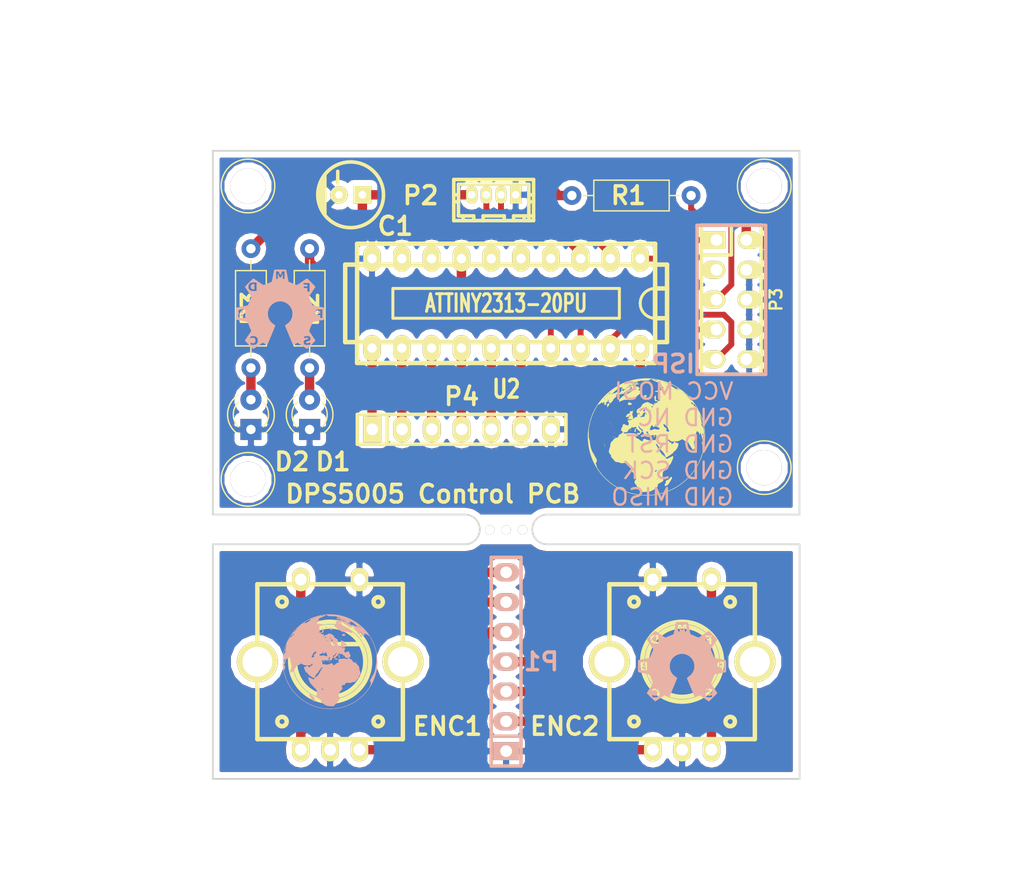
<source format=kicad_pcb>
(kicad_pcb (version 20170922) (host pcbnew "(2017-11-10 revision 0b34d09bc)-master")
  (layers (0 F.Cu signal) (31 B.Cu signal) (34 B.Paste user) (35 F.Paste user) (36 B.SilkS user) (37 F.SilkS user) (38 B.Mask user) (39 F.Mask user) (44 Edge.Cuts user))
  (net 0 "")
  (net 1 GND)
  (net 2 "Net-(D1-Pad2)")
  (net 3 /ENC1_A)
  (net 4 /ENC1_B)
  (net 5 /ENC1_SW)
  (net 6 /ENC2_SW)
  (net 7 /ENC2_B)
  (net 8 /ENC2_A)
  (net 9 /Tx)
  (net 10 /Rx)
  (net 11 /MISO)
  (net 12 /SCK)
  (net 13 /MOSI)
  (net 14 "Net-(P3-Pad3)")
  (net 15 /RST)
  (net 16 /CC_MODE)
  (net 17 "Net-(U2-Pad9)")
  (net 18 "Net-(U2-Pad8)")
  (net 19 "Net-(U2-Pad6)")
  (net 20 "Net-(U2-Pad5)")
  (net 21 "Net-(U2-Pad4)")
  (net 22 "Net-(D2-Pad2)")
  (net 23 /_ENC1_A)
  (net 24 /GND)
  (net 25 /_ENC1_B)
  (net 26 /_ENC1_SW)
  (net 27 /_ENC2_SW)
  (net 28 /_ENC2_B)
  (net 29 /_ENC2_A)
  (net 30 +3.3V)
  (module w_pth_circuits:dil_20-300_socket (layer F.Cu) (at 177.4 77.15 180)
    (fp_text reference U2 (at -0.019 -7.305 180) (layer F.SilkS) (effects (font (size 1.524 1.143) (thickness 0.28702))))
    (fp_text value ATTINY2313-20PU (at 0 0 180) (layer F.SilkS) (effects (font (size 1.5 1) (thickness 0.25))))
    (pad 1 thru_hole oval (at -11.43 3.81 180) (size 1.50114 2.19964) (drill 0.8) (layers *.Cu *.Mask F.SilkS) (net 15 /RST))
    (pad 2 thru_hole oval (at -8.89 3.81 180) (size 1.50114 2.19964) (drill 0.8) (layers *.Cu *.Mask F.SilkS) (net 10 /Rx))
    (pad 3 thru_hole oval (at -6.35 3.81 180) (size 1.50114 2.19964) (drill 0.8) (layers *.Cu *.Mask F.SilkS) (net 9 /Tx))
    (pad 4 thru_hole oval (at -3.81 3.81 180) (size 1.50114 2.19964) (drill 0.8) (layers *.Cu *.Mask F.SilkS) (net 21 "Net-(U2-Pad4)"))
    (pad 5 thru_hole oval (at -1.27 3.81 180) (size 1.50114 2.19964) (drill 0.8) (layers *.Cu *.Mask F.SilkS) (net 20 "Net-(U2-Pad5)"))
    (pad 6 thru_hole oval (at 1.27 3.81 180) (size 1.50114 2.19964) (drill 0.8) (layers *.Cu *.Mask F.SilkS) (net 19 "Net-(U2-Pad6)"))
    (pad 7 thru_hole oval (at 3.81 3.81 180) (size 1.50114 2.19964) (drill 0.8) (layers *.Cu *.Mask F.SilkS) (net 16 /CC_MODE))
    (pad 8 thru_hole oval (at 6.35 3.81 180) (size 1.50114 2.19964) (drill 0.8) (layers *.Cu *.Mask F.SilkS) (net 18 "Net-(U2-Pad8)"))
    (pad 9 thru_hole oval (at 8.89 3.81 180) (size 1.50114 2.19964) (drill 0.8) (layers *.Cu *.Mask F.SilkS) (net 17 "Net-(U2-Pad9)"))
    (pad 10 thru_hole oval (at 11.43 3.81 180) (size 1.50114 2.19964) (drill 0.8) (layers *.Cu *.Mask F.SilkS) (net 1 GND))
    (pad 11 thru_hole oval (at 11.43 -3.81 180) (size 1.50114 2.19964) (drill 0.8) (layers *.Cu *.Mask F.SilkS) (net 5 /ENC1_SW))
    (pad 12 thru_hole oval (at 8.89 -3.81 180) (size 1.50114 2.19964) (drill 0.8) (layers *.Cu *.Mask F.SilkS) (net 3 /ENC1_A))
    (pad 13 thru_hole oval (at 6.35 -3.81 180) (size 1.50114 2.19964) (drill 0.8) (layers *.Cu *.Mask F.SilkS) (net 4 /ENC1_B))
    (pad 14 thru_hole oval (at 3.81 -3.81 180) (size 1.50114 2.19964) (drill 0.8) (layers *.Cu *.Mask F.SilkS) (net 6 /ENC2_SW))
    (pad 15 thru_hole oval (at 1.27 -3.81 180) (size 1.50114 2.19964) (drill 0.8) (layers *.Cu *.Mask F.SilkS) (net 8 /ENC2_A))
    (pad 16 thru_hole oval (at -1.27 -3.81 180) (size 1.50114 2.19964) (drill 0.8) (layers *.Cu *.Mask F.SilkS) (net 7 /ENC2_B))
    (pad 17 thru_hole oval (at -3.81 -3.81 180) (size 1.50114 2.19964) (drill 0.8) (layers *.Cu *.Mask F.SilkS) (net 13 /MOSI))
    (pad 18 thru_hole oval (at -6.35 -3.81 180) (size 1.50114 2.19964) (drill 0.8) (layers *.Cu *.Mask F.SilkS) (net 11 /MISO))
    (pad 19 thru_hole oval (at -8.89 -3.81 180) (size 1.50114 2.19964) (drill 0.8) (layers *.Cu *.Mask F.SilkS) (net 12 /SCK))
    (pad 20 thru_hole oval (at -11.43 -3.81 180) (size 1.50114 2.19964) (drill 0.8) (layers *.Cu *.Mask F.SilkS) (net 30 +3.3V))
  )
  (module dps5005-control_board:earth_neg_8x8mm (layer B.Cu) (at 162.39744 107.69068 180)
    (fp_text reference G*** hide)
    (fp_text value LOGO hide)
  )
  (module dps5005-control_board:earth_neg (layer F.Cu) (at 189.357 88.534)
    (fp_text reference G*** hide)
    (fp_text value LOGO hide)
  )
  (module w_conn_df13:df13-4p-125dsa (layer F.Cu) (at 176.3395 67.8965)
    (fp_text reference P2 (at -6.223 0.0635) (layer F.SilkS) (effects (font (thickness 0.3048))))
    (fp_text value CONN_4 hide)
    (pad 1 thru_hole rect (at 1.87452 0) (size 0.94996 1.4986) (drill 0.6477) (layers *.Cu *.Mask F.SilkS) (net 1 GND))
    (pad 2 thru_hole oval (at 0.62484 0) (size 0.94996 1.4986) (drill 0.6477) (layers *.Cu *.Mask F.SilkS) (net 10 /Rx))
    (pad 3 thru_hole oval (at -0.62484 0) (size 0.94996 1.4986) (drill 0.6477) (layers *.Cu *.Mask F.SilkS) (net 9 /Tx))
    (pad 4 thru_hole oval (at -1.87452 0) (size 0.94996 1.4986) (drill 0.6477) (layers *.Cu *.Mask F.SilkS) (net 30 +3.3V))
  )
  (module w_pin_strip:pin_strip_5x2 (layer F.Cu) (at 196.596 76.835 270)
    (fp_text reference P3 (at 0 -3.81 270) (layer F.SilkS) (effects (font (size 1.016 1.016) (thickness 0.2032))))
    (fp_text value CONN_5X2 hide)
    (pad 10 thru_hole oval (at 5.08 -1.27 270) (size 1.524 1.99898) (drill 1.00076 (offset 0 -0.24892)) (layers *.Cu *.Mask F.SilkS) (net 1 GND))
    (pad 9 thru_hole oval (at 5.08 1.27 270) (size 1.524 1.99898) (drill 1.00076 (offset 0 0.24892)) (layers *.Cu *.Mask F.SilkS) (net 11 /MISO))
    (pad 8 thru_hole oval (at 2.54 -1.27 270) (size 1.524 1.99898) (drill 1.00076 (offset 0 -0.24892)) (layers *.Cu *.Mask F.SilkS) (net 1 GND))
    (pad 7 thru_hole oval (at 2.54 1.27 270) (size 1.524 1.99898) (drill 1.00076 (offset 0 0.24892)) (layers *.Cu *.Mask F.SilkS) (net 12 /SCK))
    (pad 6 thru_hole oval (at 0 -1.27 270) (size 1.524 1.99898) (drill 1.00076 (offset 0 -0.24892)) (layers *.Cu *.Mask F.SilkS) (net 1 GND))
    (pad 5 thru_hole oval (at 0 1.27 270) (size 1.524 1.99898) (drill 1.00076 (offset 0 0.24892)) (layers *.Cu *.Mask F.SilkS) (net 15 /RST))
    (pad 4 thru_hole oval (at -2.54 -1.27 270) (size 1.524 1.99898) (drill 1.00076 (offset 0 -0.24892)) (layers *.Cu *.Mask F.SilkS) (net 1 GND))
    (pad 3 thru_hole oval (at -2.54 1.27 270) (size 1.524 1.99898) (drill 1.00076 (offset 0 0.24892)) (layers *.Cu *.Mask F.SilkS) (net 14 "Net-(P3-Pad3)"))
    (pad 2 thru_hole oval (at -5.08 -1.27 270) (size 1.524 1.99898) (drill 1.00076 (offset 0 -0.24892)) (layers *.Cu *.Mask F.SilkS) (net 30 +3.3V))
    (pad 1 thru_hole rect (at -5.08 1.27 270) (size 1.524 1.99898) (drill 1.00076 (offset 0 0.24892)) (layers *.Cu *.Mask F.SilkS) (net 13 /MOSI))
  )
  (module w_capacitors:CP_5x7mm (layer F.Cu) (at 164.15 67.9 90)
    (fp_text reference C1 (at -2.667 3.81 180) (layer F.SilkS) (effects (font (thickness 0.3048))))
    (fp_text value 100u hide)
    (pad 2 thru_hole circle (at 0 -1 90) (size 1.5 1.5) (drill 0.65) (layers *.Cu *.Mask F.SilkS) (net 1 GND))
    (pad 1 thru_hole rect (at 0 1 90) (size 1.5 1.5) (drill 0.65) (layers *.Cu *.Mask F.SilkS) (net 30 +3.3V))
  )
  (module dps5005-control_board:OpenHardwareLogo (layer B.Cu) (at 192.39992 107.69068 180)
    (fp_text reference G*** hide)
    (fp_text value LOGO hide)
  )
  (module dps5005-control_board:OpenHardwareLogo (layer B.Cu) (at 158.15 77.65 180)
    (fp_text reference G*** hide)
    (fp_text value LOGO hide)
  )
  (module Resistors_THT:R_Axial_DIN0207_L6.3mm_D2.5mm_P10.16mm_Horizontal (layer F.Cu) (at 183.007 67.96)
    (fp_text reference R1 (at 4.81 0) (layer F.SilkS) (effects (font (size 1.5 1.5) (thickness 0.3))))
    (fp_text value 10k hide)
    (pad 2 thru_hole oval (at 10.16 0) (size 1.6 1.6) (drill 0.8) (layers *.Cu *.Mask) (net 15 /RST))
    (pad 1 thru_hole circle (at 0 0) (size 1.6 1.6) (drill 0.8) (layers *.Cu *.Mask) (net 30 +3.3V))
  )
  (module LEDs:LED_D3.0mm (layer F.Cu) (at 160.65 87.9 90)
    (fp_text reference D1 (at -2.75 2 180) (layer F.SilkS) (effects (font (size 1.5 1.5) (thickness 0.3))))
    (fp_text value LED_Small_ALT hide)
    (pad 2 thru_hole circle (at 2.54 0 90) (size 1.8 1.8) (drill 0.8) (layers *.Cu *.Mask) (net 2 "Net-(D1-Pad2)"))
    (pad 1 thru_hole rect (at 0 0 90) (size 1.8 1.8) (drill 0.8) (layers *.Cu *.Mask) (net 1 GND))
  )
  (module Connectors:1pin (layer F.Cu) (at 155.4 92.15)
    (fp_text reference REF** hide)
    (fp_text value 1pin hide)
    (pad 1 thru_hole circle (at 0 0) (size 3 3) (drill 3) (layers *.Cu *.Mask))
  )
  (module Connectors:1pin (layer F.Cu) (at 199.4 91.15)
    (fp_text reference REF** hide)
    (fp_text value 1pin hide)
    (pad 1 thru_hole circle (at 0 0) (size 3 3) (drill 3) (layers *.Cu *.Mask))
  )
  (module Connectors:1pin (layer F.Cu) (at 199.4 67.15)
    (fp_text reference REF** hide)
    (fp_text value 1pin hide)
    (pad 1 thru_hole circle (at 0 0) (size 3 3) (drill 3) (layers *.Cu *.Mask))
  )
  (module Connectors:1pin (layer F.Cu) (at 176 96.45)
    (fp_text reference REF** hide)
    (fp_text value 1pin hide)
    (pad 1 thru_hole circle (at 0 0) (size 0.8 0.8) (drill 0.8) (layers *.Cu *.Mask))
  )
  (module Connectors:1pin (layer F.Cu) (at 177.4 96.45)
    (fp_text reference REF** hide)
    (fp_text value 1pin hide)
    (pad 1 thru_hole circle (at 0 0) (size 0.8 0.8) (drill 0.8) (layers *.Cu *.Mask))
  )
  (module Connectors:1pin (layer F.Cu) (at 178.8 96.45)
    (fp_text reference REF** hide)
    (fp_text value 1pin hide)
    (pad 1 thru_hole circle (at 0 0) (size 0.8 0.8) (drill 0.8) (layers *.Cu *.Mask))
  )
  (module w_misc_comp:encoder_alps-ec12d (layer F.Cu) (at 162.4 107.6928)
    (fp_text reference ENC1 (at 10 5.5) (layer F.SilkS) (effects (font (size 1.5 1.5) (thickness 0.3))))
    (fp_text value Encoder_switch hide)
    (pad 4 thru_hole oval (at 2.49936 -7.00024) (size 1.50114 1.99898) (drill 1) (layers *.Cu *.Mask F.SilkS) (net 24 /GND))
    (pad 5 thru_hole oval (at -2.49936 -7.00024) (size 1.50114 1.99898) (drill 1) (layers *.Cu *.Mask F.SilkS) (net 26 /_ENC1_SW))
    (pad "" thru_hole circle (at 6.20014 0) (size 3.50012 3.50012) (drill 2.54) (layers *.Cu *.Mask F.SilkS))
    (pad "" thru_hole circle (at -6.20014 0) (size 3.50012 3.50012) (drill 2.54) (layers *.Cu *.Mask F.SilkS))
    (pad 3 thru_hole oval (at 2.49936 7.50062) (size 1.50114 1.99898) (drill 1) (layers *.Cu *.Mask F.SilkS) (net 25 /_ENC1_B))
    (pad 2 thru_hole oval (at 0 7.50062) (size 1.50114 1.99898) (drill 1) (layers *.Cu *.Mask F.SilkS) (net 24 /GND))
    (pad 1 thru_hole oval (at -2.49936 7.50062) (size 1.50114 1.99898) (drill 1) (layers *.Cu *.Mask F.SilkS) (net 23 /_ENC1_A))
  )
  (module w_pin_strip:pin_strip_7 (layer F.Cu) (at 173.609 87.884)
    (fp_text reference P4 (at 0 -2.794) (layer F.SilkS) (effects (font (size 1.5 1.5) (thickness 0.3))))
    (fp_text value CONN_7 hide)
    (pad 1 thru_hole rect (at -7.62 0) (size 1.524 2.19964) (drill 1) (layers *.Cu *.Mask F.SilkS) (net 5 /ENC1_SW))
    (pad 2 thru_hole oval (at -5.08 0) (size 1.524 2.19964) (drill 1) (layers *.Cu *.Mask F.SilkS) (net 3 /ENC1_A))
    (pad 3 thru_hole oval (at -2.54 0) (size 1.524 2.19964) (drill 1) (layers *.Cu *.Mask F.SilkS) (net 4 /ENC1_B))
    (pad 4 thru_hole oval (at 0 0) (size 1.524 2.19964) (drill 1) (layers *.Cu *.Mask F.SilkS) (net 6 /ENC2_SW))
    (pad 5 thru_hole oval (at 2.54 0) (size 1.524 2.19964) (drill 1) (layers *.Cu *.Mask F.SilkS) (net 8 /ENC2_A))
    (pad 6 thru_hole oval (at 5.08 0) (size 1.524 2.19964) (drill 1) (layers *.Cu *.Mask F.SilkS) (net 7 /ENC2_B))
    (pad 7 thru_hole oval (at 7.62 0) (size 1.524 2.19964) (drill 1) (layers *.Cu *.Mask F.SilkS) (net 1 GND))
  )
  (module Resistors_THT:R_Axial_DIN0207_L6.3mm_D2.5mm_P10.16mm_Horizontal (layer F.Cu) (at 155.65 82.65 90)
    (fp_text reference R3 (at 5.08 0 90) (layer F.SilkS) (effects (font (size 1.5 1.5) (thickness 0.3))))
    (fp_text value 1k hide)
    (pad 2 thru_hole oval (at 10.16 0 90) (size 1.6 1.6) (drill 0.8) (layers *.Cu *.Mask) (net 30 +3.3V))
    (pad 1 thru_hole circle (at 0 0 90) (size 1.6 1.6) (drill 0.8) (layers *.Cu *.Mask) (net 22 "Net-(D2-Pad2)"))
  )
  (module Connectors:1pin (layer F.Cu) (at 155.4 67.15)
    (fp_text reference REF** hide)
    (fp_text value 1pin hide)
    (pad 1 thru_hole circle (at 0 0) (size 3 3) (drill 3) (layers *.Cu *.Mask))
  )
  (module Resistors_THT:R_Axial_DIN0207_L6.3mm_D2.5mm_P10.16mm_Horizontal (layer F.Cu) (at 160.65 82.65 90)
    (fp_text reference R2 (at 5 0 90) (layer F.SilkS) (effects (font (size 1.5 1.5) (thickness 0.3))))
    (fp_text value 1k hide)
    (pad 1 thru_hole circle (at 0 0 90) (size 1.6 1.6) (drill 0.8) (layers *.Cu *.Mask) (net 2 "Net-(D1-Pad2)"))
    (pad 2 thru_hole oval (at 10.16 0 90) (size 1.6 1.6) (drill 0.8) (layers *.Cu *.Mask) (net 16 /CC_MODE))
  )
  (module LEDs:LED_D3.0mm (layer F.Cu) (at 155.65 87.9 90)
    (fp_text reference D2 (at -2.75 3.5 180) (layer F.SilkS) (effects (font (size 1.5 1.5) (thickness 0.3))))
    (fp_text value LED_Small_ALT hide)
    (pad 2 thru_hole circle (at 2.54 0 90) (size 1.8 1.8) (drill 0.8) (layers *.Cu *.Mask) (net 22 "Net-(D2-Pad2)"))
    (pad 1 thru_hole rect (at 0 0 90) (size 1.8 1.8) (drill 0.8) (layers *.Cu *.Mask) (net 1 GND))
  )
  (module w_misc_comp:encoder_alps-ec12d (layer F.Cu) (at 192.4 107.6928)
    (fp_text reference ENC2 (at -10 5.5) (layer F.SilkS) (effects (font (size 1.5 1.5) (thickness 0.3))))
    (fp_text value Encoder_switch hide)
    (pad 1 thru_hole oval (at -2.49936 7.50062) (size 1.50114 1.99898) (drill 1) (layers *.Cu *.Mask F.SilkS) (net 28 /_ENC2_B))
    (pad 2 thru_hole oval (at 0 7.50062) (size 1.50114 1.99898) (drill 1) (layers *.Cu *.Mask F.SilkS) (net 24 /GND))
    (pad 3 thru_hole oval (at 2.49936 7.50062) (size 1.50114 1.99898) (drill 1) (layers *.Cu *.Mask F.SilkS) (net 29 /_ENC2_A))
    (pad "" thru_hole circle (at -6.20014 0) (size 3.50012 3.50012) (drill 2.54) (layers *.Cu *.Mask F.SilkS))
    (pad "" thru_hole circle (at 6.20014 0) (size 3.50012 3.50012) (drill 2.54) (layers *.Cu *.Mask F.SilkS))
    (pad 5 thru_hole oval (at -2.49936 -7.00024) (size 1.50114 1.99898) (drill 1) (layers *.Cu *.Mask F.SilkS) (net 24 /GND))
    (pad 4 thru_hole oval (at 2.49936 -7.00024) (size 1.50114 1.99898) (drill 1) (layers *.Cu *.Mask F.SilkS) (net 27 /_ENC2_SW))
  )
  (module w_pin_strip:pin_strip_7 (layer B.Cu) (at 177.4 107.6928 90)
    (fp_text reference P1 (at 0 3 180) (layer B.SilkS) (effects (font (size 1.5 1.5) (thickness 0.3)) (justify mirror)))
    (fp_text value CONN_01X07 hide)
    (pad 1 thru_hole rect (at -7.62 0 90) (size 1.524 2.19964) (drill 1) (layers *.Cu *.Mask B.SilkS) (net 24 /GND))
    (pad 2 thru_hole oval (at -5.08 0 90) (size 1.524 2.19964) (drill 1) (layers *.Cu *.Mask B.SilkS) (net 28 /_ENC2_B))
    (pad 3 thru_hole oval (at -2.54 0 90) (size 1.524 2.19964) (drill 1) (layers *.Cu *.Mask B.SilkS) (net 29 /_ENC2_A))
    (pad 4 thru_hole oval (at 0 0 90) (size 1.524 2.19964) (drill 1) (layers *.Cu *.Mask B.SilkS) (net 27 /_ENC2_SW))
    (pad 5 thru_hole oval (at 2.54 0 90) (size 1.524 2.19964) (drill 1) (layers *.Cu *.Mask B.SilkS) (net 25 /_ENC1_B))
    (pad 6 thru_hole oval (at 5.08 0 90) (size 1.524 2.19964) (drill 1) (layers *.Cu *.Mask B.SilkS) (net 23 /_ENC1_A))
    (pad 7 thru_hole oval (at 7.62 0 90) (size 1.524 2.19964) (drill 1) (layers *.Cu *.Mask B.SilkS) (net 26 /_ENC1_SW))
  )
  (gr_text ISP (at 191.643 82.311) (layer B.SilkS) (effects (font (size 1.5 1.5) (thickness 0.3)) (justify mirror)))
  (gr_line (start 199.517 83.2) (end 193.675 83.2) (layer B.SilkS) (width 0.3))
  (gr_line (start 199.517 70.5) (end 199.517 83.2) (layer B.SilkS) (width 0.3))
  (gr_line (start 199.39 70.5) (end 199.517 70.5) (layer B.SilkS) (width 0.3))
  (gr_line (start 199.263 70.5) (end 199.39 70.5) (layer B.SilkS) (width 0.3))
  (gr_line (start 194.691 70.5) (end 199.263 70.5) (layer B.SilkS) (width 0.3))
  (gr_line (start 193.675 70.5) (end 194.691 70.5) (layer B.SilkS) (width 0.3))
  (gr_line (start 193.675 70.627) (end 193.675 70.5) (layer B.SilkS) (width 0.3))
  (gr_line (start 193.675 83.2) (end 193.675 70.627) (layer B.SilkS) (width 0.3))
  (gr_text "VCC MOSI\nGND NC\nGND RST\nGND SCK\nGND MISO" (at 196.9 89.15) (layer B.SilkS) (effects (font (size 1.4 1.4) (thickness 0.2)) (justify left mirror)))
  (gr_text "DPS5005 Control PCB" (at 171.15 93.4) (layer F.SilkS) (effects (font (size 1.5 1.5) (thickness 0.3))))
  (gr_line (start 180.8988 97.6884) (end 202.4126 97.6884) (angle 90) (layer Edge.Cuts) (width 0.15))
  (gr_line (start 202.4126 117.6782) (end 152.4 117.6782) (layer Edge.Cuts) (width 0.15))
  (gr_line (start 173.8884 95.1484) (end 152.4 95.1484) (layer Edge.Cuts) (width 0.15))
  (gr_line (start 173.8884 97.6884) (end 152.4 97.6884) (layer Edge.Cuts) (width 0.15))
  (gr_arc (start 173.8884 96.4184) (end 173.8884 97.6884) (angle -180) (layer Edge.Cuts) (width 0.15))
  (gr_line (start 180.9 95.15) (end 202.4 95.15) (layer Edge.Cuts) (width 0.15))
  (gr_line (start 202.4126 97.6884) (end 202.4126 117.6782) (layer Edge.Cuts) (width 0.15))
  (gr_line (start 152.4 97.6884) (end 152.4 117.6782) (layer Edge.Cuts) (width 0.15))
  (gr_line (start 202.4 95.15) (end 202.4 64.15) (layer Edge.Cuts) (width 0.15))
  (gr_line (start 152.4 64.15) (end 202.4 64.15) (layer Edge.Cuts) (width 0.15))
  (gr_line (start 152.4 64.15) (end 152.4 95.15) (layer Edge.Cuts) (width 0.15))
  (gr_arc (start 180.8988 96.4184) (end 180.8988 95.1484) (angle -180) (layer Edge.Cuts) (width 0.15))
  (segment (start 160.65 82.65) (end 160.65 85.36) (width 0.8) (layer F.Cu) (net 2))
  (segment (start 168.51 80.96) (end 168.51 87.865) (width 0.8) (layer F.Cu) (net 3))
  (segment (start 168.51 87.865) (end 168.529 87.884) (width 0.8) (layer F.Cu) (net 3))
  (segment (start 171.05 80.96) (end 171.05 87.865) (width 0.8) (layer F.Cu) (net 4))
  (segment (start 171.05 87.865) (end 171.069 87.884) (width 0.8) (layer F.Cu) (net 4))
  (segment (start 165.97 80.96) (end 165.97 87.865) (width 0.8) (layer F.Cu) (net 5))
  (segment (start 165.97 87.865) (end 165.989 87.884) (width 0.8) (layer F.Cu) (net 5))
  (segment (start 173.59 80.96) (end 173.59 87.865) (width 0.8) (layer F.Cu) (net 6))
  (segment (start 173.59 87.865) (end 173.609 87.884) (width 0.8) (layer F.Cu) (net 6))
  (segment (start 178.67 80.96) (end 178.67 87.865) (width 0.8) (layer F.Cu) (net 7))
  (segment (start 178.67 87.865) (end 178.689 87.884) (width 0.8) (layer F.Cu) (net 7))
  (segment (start 176.13 80.96) (end 176.13 87.865) (width 0.8) (layer F.Cu) (net 8))
  (segment (start 176.13 87.865) (end 176.149 87.884) (width 0.8) (layer F.Cu) (net 8))
  (segment (start 183.75 73.34) (end 183.75 72.99075) (width 0.5) (layer F.Cu) (net 9))
  (segment (start 183.75 72.99075) (end 182.08475 71.3255) (width 0.5) (layer F.Cu) (net 9))
  (segment (start 177.89436 71.3255) (end 175.71466 69.1458) (width 0.5) (layer F.Cu) (net 9))
  (segment (start 182.08475 71.3255) (end 177.89436 71.3255) (width 0.5) (layer F.Cu) (net 9))
  (segment (start 175.71466 69.1458) (end 175.71466 67.8965) (width 0.5) (layer F.Cu) (net 9))
  (segment (start 176.98504 69.24054) (end 176.98504 69.1665) (width 0.5) (layer F.Cu) (net 10))
  (segment (start 178.3715 70.627) (end 176.98504 69.24054) (width 0.5) (layer F.Cu) (net 10))
  (segment (start 183.92625 70.627) (end 178.3715 70.627) (width 0.5) (layer F.Cu) (net 10))
  (segment (start 186.29 73.34) (end 186.29 72.99075) (width 0.5) (layer F.Cu) (net 10))
  (segment (start 176.98504 69.1665) (end 176.96434 69.1458) (width 0.5) (layer F.Cu) (net 10))
  (segment (start 186.29 72.99075) (end 183.92625 70.627) (width 0.5) (layer F.Cu) (net 10))
  (segment (start 176.96434 69.1458) (end 176.96434 67.8965) (width 0.5) (layer F.Cu) (net 10))
  (segment (start 196.596 78.755) (end 196.596 80.645) (width 0.5) (layer F.Cu) (net 11))
  (segment (start 196.596 80.645) (end 195.326 81.915) (width 0.5) (layer F.Cu) (net 11))
  (segment (start 195.961 78.12) (end 196.596 78.755) (width 0.5) (layer F.Cu) (net 11))
  (segment (start 184.99018 78.12) (end 195.961 78.12) (width 0.5) (layer F.Cu) (net 11))
  (segment (start 183.75 80.96) (end 183.75 79.36018) (width 0.5) (layer F.Cu) (net 11))
  (segment (start 183.75 79.36018) (end 184.99018 78.12) (width 0.5) (layer F.Cu) (net 11))
  (segment (start 183.75 80.96) (end 183.75 80.61075) (width 0.5) (layer F.Cu) (net 11))
  (segment (start 183.75 80.61075) (end 183.769 80.59175) (width 0.5) (layer F.Cu) (net 11))
  (segment (start 186.29 80.96) (end 186.29 80.298) (width 0.5) (layer F.Cu) (net 12))
  (segment (start 186.29 80.298) (end 187.438 79.15) (width 0.5) (layer F.Cu) (net 12))
  (segment (start 187.438 79.15) (end 190.9 79.15) (width 0.5) (layer F.Cu) (net 12))
  (segment (start 190.9 79.15) (end 191.125 79.375) (width 0.5) (layer F.Cu) (net 12))
  (segment (start 191.125 79.375) (end 195.326 79.375) (width 0.5) (layer F.Cu) (net 12))
  (segment (start 186.29 80.61075) (end 186.29 80.96) (width 0.5) (layer F.Cu) (net 12))
  (segment (start 193.309 71.755) (end 195.326 71.755) (width 0.5) (layer F.Cu) (net 13))
  (segment (start 181.21 80.96) (end 181.21 79.06018) (width 0.5) (layer F.Cu) (net 13))
  (segment (start 181.21 79.06018) (end 183.42018 76.85) (width 0.5) (layer F.Cu) (net 13))
  (segment (start 183.42018 76.85) (end 188.214 76.85) (width 0.5) (layer F.Cu) (net 13))
  (segment (start 188.214 76.85) (end 193.309 71.755) (width 0.5) (layer F.Cu) (net 13))
  (segment (start 194.31 70.246) (end 196.342 70.246) (width 0.5) (layer F.Cu) (net 15))
  (segment (start 193.17457 70.246) (end 194.31 70.246) (width 0.5) (layer F.Cu) (net 15))
  (segment (start 193.167 67.96) (end 193.167 69.09137) (width 0.5) (layer F.Cu) (net 15))
  (segment (start 193.167 69.09137) (end 194.31 70.23437) (width 0.5) (layer F.Cu) (net 15))
  (segment (start 194.31 70.23437) (end 194.31 70.246) (width 0.5) (layer F.Cu) (net 15))
  (segment (start 196.596 70.5) (end 196.596 75.565) (width 0.5) (layer F.Cu) (net 15))
  (segment (start 196.596 75.565) (end 195.326 76.835) (width 0.5) (layer F.Cu) (net 15))
  (segment (start 196.342 70.246) (end 196.596 70.5) (width 0.5) (layer F.Cu) (net 15))
  (segment (start 188.83 73.34) (end 190.08057 73.34) (width 0.5) (layer F.Cu) (net 15))
  (segment (start 190.08057 73.34) (end 193.17457 70.246) (width 0.5) (layer F.Cu) (net 15))
  (segment (start 160.65 72.49) (end 160.65 73.62137) (width 0.8) (layer F.Cu) (net 16))
  (segment (start 160.65 73.62137) (end 162.92863 75.9) (width 0.8) (layer F.Cu) (net 16))
  (segment (start 162.92863 75.9) (end 172.92982 75.9) (width 0.8) (layer F.Cu) (net 16))
  (segment (start 172.92982 75.9) (end 173.59 75.23982) (width 0.8) (layer F.Cu) (net 16))
  (segment (start 173.59 75.23982) (end 173.59 73.34) (width 0.8) (layer F.Cu) (net 16))
  (segment (start 155.65 82.65) (end 155.65 85.36) (width 0.8) (layer F.Cu) (net 22))
  (segment (start 174.48 102.6128) (end 177.4 102.6128) (width 0.8) (layer F.Cu) (net 23))
  (segment (start 172.4 104.6928) (end 174.48 102.6128) (width 0.8) (layer F.Cu) (net 23))
  (segment (start 172.4 109.1928) (end 172.4 104.6928) (width 0.8) (layer F.Cu) (net 23))
  (segment (start 161.90177 111.6928) (end 169.9 111.6928) (width 0.8) (layer F.Cu) (net 23))
  (segment (start 169.9 111.6928) (end 172.4 109.1928) (width 0.8) (layer F.Cu) (net 23))
  (segment (start 159.90064 113.69393) (end 161.90177 111.6928) (width 0.8) (layer F.Cu) (net 23))
  (segment (start 160.147 113.44757) (end 161.90177 111.6928) (width 0.5) (layer F.Cu) (net 23))
  (segment (start 159.90064 115.19342) (end 159.90064 113.69393) (width 0.8) (layer F.Cu) (net 23))
  (segment (start 159.90064 113.69393) (end 160.147 113.44757) (width 0.8) (layer F.Cu) (net 23))
  (segment (start 177.4 105.1528) (end 176.022 105.1528) (width 0.8) (layer F.Cu) (net 25))
  (segment (start 175.133 109.982) (end 175.133 106.0418) (width 0.8) (layer F.Cu) (net 25))
  (segment (start 175.133 106.0418) (end 176.022 105.1528) (width 0.8) (layer F.Cu) (net 25))
  (segment (start 174.4222 110.6928) (end 175.133 109.982) (width 0.8) (layer F.Cu) (net 25))
  (segment (start 174.4 110.6928) (end 174.4222 110.6928) (width 0.8) (layer F.Cu) (net 25))
  (segment (start 169.89938 115.19342) (end 164.89936 115.19342) (width 0.8) (layer F.Cu) (net 25))
  (segment (start 174.4 110.6928) (end 169.89938 115.19342) (width 0.8) (layer F.Cu) (net 25))
  (segment (start 169.9 103.6928) (end 173.52 100.0728) (width 0.8) (layer F.Cu) (net 26))
  (segment (start 173.52 100.0728) (end 177.4 100.0728) (width 0.8) (layer F.Cu) (net 26))
  (segment (start 159.90064 100.69256) (end 159.90064 102.49205) (width 0.8) (layer F.Cu) (net 26))
  (segment (start 159.90064 102.49205) (end 161.10139 103.6928) (width 0.8) (layer F.Cu) (net 26))
  (segment (start 161.10139 103.6928) (end 169.9 103.6928) (width 0.8) (layer F.Cu) (net 26))
  (segment (start 194.89936 102.69344) (end 194.89936 100.69256) (width 0.8) (layer F.Cu) (net 27))
  (segment (start 193.9 103.6928) (end 194.89936 102.69344) (width 0.8) (layer F.Cu) (net 27))
  (segment (start 183.9 103.6928) (end 193.9 103.6928) (width 0.8) (layer F.Cu) (net 27))
  (segment (start 179.9 107.6928) (end 183.9 103.6928) (width 0.8) (layer F.Cu) (net 27))
  (segment (start 177.4 107.6928) (end 179.9 107.6928) (width 0.8) (layer F.Cu) (net 27))
  (segment (start 183.90062 115.19342) (end 189.90064 115.19342) (width 0.8) (layer F.Cu) (net 28))
  (segment (start 181.48 112.7728) (end 183.90062 115.19342) (width 0.8) (layer F.Cu) (net 28))
  (segment (start 177.4 112.7728) (end 181.48 112.7728) (width 0.8) (layer F.Cu) (net 28))
  (segment (start 194.89936 113.19216) (end 194.89936 115.19342) (width 0.8) (layer F.Cu) (net 29))
  (segment (start 193.4 111.6928) (end 194.89936 113.19216) (width 0.8) (layer F.Cu) (net 29))
  (segment (start 183.9 111.6928) (end 193.4 111.6928) (width 0.8) (layer F.Cu) (net 29))
  (segment (start 177.4 110.2328) (end 182.44 110.2328) (width 0.8) (layer F.Cu) (net 29))
  (segment (start 182.44 110.2328) (end 183.9 111.6928) (width 0.8) (layer F.Cu) (net 29))
  (segment (start 179.959 66.055) (end 194.183 66.055) (width 0.8) (layer F.Cu) (net 30))
  (segment (start 171.5135 66.055) (end 179.959 66.055) (width 0.8) (layer F.Cu) (net 30))
  (segment (start 180.6575 66.7535) (end 179.959 66.055) (width 0.8) (layer F.Cu) (net 30))
  (segment (start 180.66913 66.7535) (end 180.6575 66.7535) (width 0.8) (layer F.Cu) (net 30))
  (segment (start 183.007 67.96) (end 181.87563 67.96) (width 0.8) (layer F.Cu) (net 30))
  (segment (start 181.87563 67.96) (end 180.66913 66.7535) (width 0.8) (layer F.Cu) (net 30))
  (segment (start 173.19 67.8965) (end 171.5135 66.22) (width 0.8) (layer F.Cu) (net 30))
  (segment (start 168.545 66.055) (end 171.5135 66.055) (width 0.8) (layer F.Cu) (net 30))
  (segment (start 174.46498 67.8965) (end 173.19 67.8965) (width 0.8) (layer F.Cu) (net 30))
  (segment (start 171.5135 66.22) (end 171.5135 66.055) (width 0.8) (layer F.Cu) (net 30))
  (segment (start 165.15 67.9) (end 166.7 67.9) (width 0.8) (layer F.Cu) (net 30))
  (segment (start 166.7 67.9) (end 168.545 66.055) (width 0.8) (layer F.Cu) (net 30))
  (segment (start 194.183 66.055) (end 197.866 69.738) (width 0.8) (layer F.Cu) (net 30))
  (segment (start 197.866 69.738) (end 197.866 71.755) (width 0.8) (layer F.Cu) (net 30))
  (segment (start 190.246 84.343) (end 188.83 82.927) (width 0.8) (layer F.Cu) (net 30))
  (segment (start 188.83 82.927) (end 188.83 80.96) (width 0.8) (layer F.Cu) (net 30))
  (segment (start 199.009 84.343) (end 190.246 84.343) (width 0.8) (layer F.Cu) (net 30))
  (segment (start 200.025 83.327) (end 199.009 84.343) (width 0.8) (layer F.Cu) (net 30))
  (segment (start 200.025 72.659) (end 200.025 83.327) (width 0.8) (layer F.Cu) (net 30))
  (segment (start 199.121 71.755) (end 200.025 72.659) (width 0.8) (layer F.Cu) (net 30))
  (segment (start 197.866 71.755) (end 199.121 71.755) (width 0.8) (layer F.Cu) (net 30))
  (segment (start 155.65 72.49) (end 158.24 69.9) (width 0.8) (layer F.Cu) (net 30))
  (segment (start 158.24 69.9) (end 164.7 69.9) (width 0.8) (layer F.Cu) (net 30))
  (segment (start 164.7 69.9) (end 165.15 69.45) (width 0.8) (layer F.Cu) (net 30))
  (segment (start 165.15 69.45) (end 165.15 67.9) (width 0.8) (layer F.Cu) (net 30))
  (zone (net 24) (net_name /GND) (layer B.Cu) (connect_pads (clearance 0.508)) (min_thickness 0.254) (fill yes (arc_segments 16) (thermal_gap 0.508) (thermal_bridge_width 0.508))
    (polygon (pts (xy 152.4 97.6928) (xy 202.4 97.6928) (xy 202.4 117.6928) (xy 152.4 117.6928)))
  )
  (zone (net 24) (net_name /GND) (layer F.Cu) (connect_pads (clearance 0.508)) (min_thickness 0.254) (fill yes (arc_segments 16) (thermal_gap 0.508) (thermal_bridge_width 0.508))
    (polygon (pts (xy 152.4 97.6928) (xy 202.4 97.6928) (xy 202.4 117.6928) (xy 152.4 117.6928)))
  )
  (zone (net 1) (net_name GND) (layer F.Cu) (connect_pads (clearance 0.508)) (min_thickness 0.254) (fill yes (arc_segments 16) (thermal_gap 0.508) (thermal_bridge_width 0.508))
    (polygon (pts (xy 152.4 64.15) (xy 202.4 64.15) (xy 202.4 95.15) (xy 152.4 95.15)))
  )
  (zone (net 1) (net_name GND) (layer B.Cu) (connect_pads (clearance 0.508)) (min_thickness 0.254) (fill yes (arc_segments 16) (thermal_gap 0.508) (thermal_bridge_width 0.508))
    (polygon (pts (xy 152.4 64.15) (xy 202.4 64.15) (xy 202.4 95.15) (xy 152.4 95.15)))
  )
)
</source>
